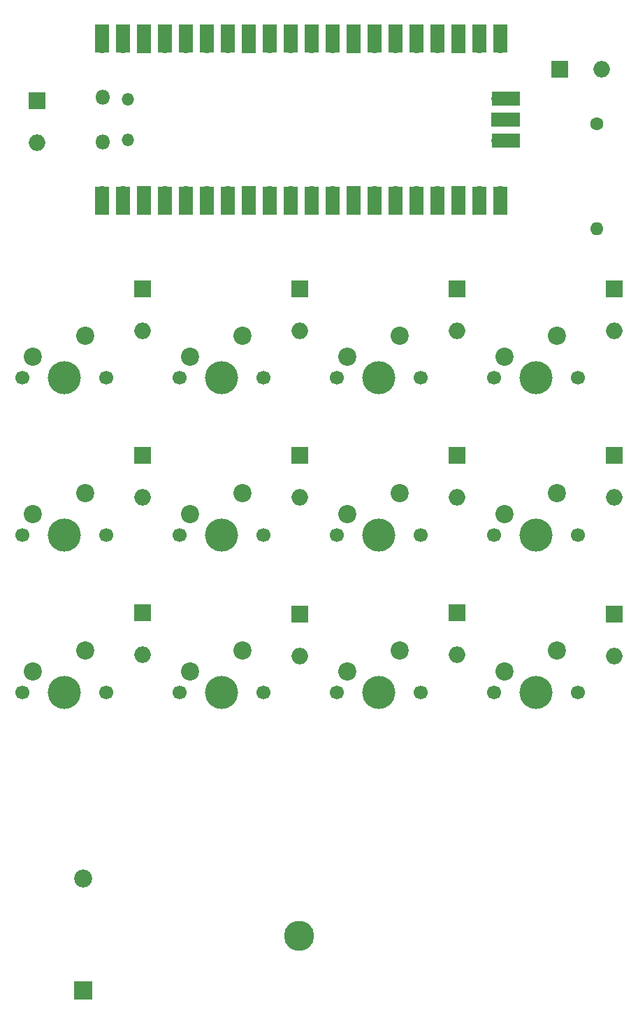
<source format=gts>
%TF.GenerationSoftware,KiCad,Pcbnew,7.0.9*%
%TF.CreationDate,2023-11-20T17:00:57-07:00*%
%TF.ProjectId,blindscontrol,626c696e-6473-4636-9f6e-74726f6c2e6b,rev?*%
%TF.SameCoordinates,Original*%
%TF.FileFunction,Soldermask,Top*%
%TF.FilePolarity,Negative*%
%FSLAX46Y46*%
G04 Gerber Fmt 4.6, Leading zero omitted, Abs format (unit mm)*
G04 Created by KiCad (PCBNEW 7.0.9) date 2023-11-20 17:00:57*
%MOMM*%
%LPD*%
G01*
G04 APERTURE LIST*
%ADD10C,1.700000*%
%ADD11C,4.000000*%
%ADD12C,2.200000*%
%ADD13R,2.000000X2.000000*%
%ADD14O,2.000000X2.000000*%
%ADD15O,1.800000X1.800000*%
%ADD16O,1.500000X1.500000*%
%ADD17O,1.700000X1.700000*%
%ADD18R,1.700000X3.500000*%
%ADD19R,1.700000X1.700000*%
%ADD20R,3.500000X1.700000*%
%ADD21C,1.600000*%
%ADD22O,1.600000X1.600000*%
%ADD23C,3.650000*%
%ADD24R,2.170000X2.170000*%
%ADD25C,2.170000*%
G04 APERTURE END LIST*
D10*
%TO.C,MX6*%
X217551000Y-156845000D03*
D11*
X222631000Y-156845000D03*
D10*
X227711000Y-156845000D03*
D12*
X225171000Y-151765000D03*
X218821000Y-154305000D03*
%TD*%
D13*
%TO.C,D11*%
X251206000Y-166243000D03*
D14*
X251206000Y-171323000D03*
%TD*%
D13*
%TO.C,D8*%
X270256000Y-147193000D03*
D14*
X270256000Y-152273000D03*
%TD*%
D10*
%TO.C,MX12*%
X255651000Y-175895000D03*
D11*
X260731000Y-175895000D03*
D10*
X265811000Y-175895000D03*
D12*
X263271000Y-170815000D03*
X256921000Y-173355000D03*
%TD*%
D10*
%TO.C,MX8*%
X255651000Y-156845000D03*
D11*
X260731000Y-156845000D03*
D10*
X265811000Y-156845000D03*
D12*
X263271000Y-151765000D03*
X256921000Y-154305000D03*
%TD*%
D10*
%TO.C,MX11*%
X236601000Y-175895000D03*
D11*
X241681000Y-175895000D03*
D10*
X246761000Y-175895000D03*
D12*
X244221000Y-170815000D03*
X237871000Y-173355000D03*
%TD*%
D13*
%TO.C,D12*%
X270256000Y-166370000D03*
D14*
X270256000Y-171450000D03*
%TD*%
D10*
%TO.C,MX5*%
X198501000Y-156845000D03*
D11*
X203581000Y-156845000D03*
D10*
X208661000Y-156845000D03*
D12*
X206121000Y-151765000D03*
X199771000Y-154305000D03*
%TD*%
D13*
%TO.C,D1*%
X213106000Y-127000000D03*
D14*
X213106000Y-132080000D03*
%TD*%
D13*
%TO.C,SW1*%
X200279000Y-104267000D03*
D14*
X200279000Y-109347000D03*
%TD*%
D13*
%TO.C,D2*%
X232156000Y-127000000D03*
D14*
X232156000Y-132080000D03*
%TD*%
D13*
%TO.C,D3*%
X251206000Y-127000000D03*
D14*
X251206000Y-132080000D03*
%TD*%
D13*
%TO.C,D6*%
X232156000Y-147193000D03*
D14*
X232156000Y-152273000D03*
%TD*%
D15*
%TO.C,U1*%
X208292000Y-109278000D03*
D16*
X211322000Y-108978000D03*
X211322000Y-104128000D03*
D15*
X208292000Y-103828000D03*
D17*
X208162000Y-115443000D03*
D18*
X208162000Y-116343000D03*
D17*
X210702000Y-115443000D03*
D18*
X210702000Y-116343000D03*
D19*
X213242000Y-115443000D03*
D18*
X213242000Y-116343000D03*
D17*
X215782000Y-115443000D03*
D18*
X215782000Y-116343000D03*
D17*
X218322000Y-115443000D03*
D18*
X218322000Y-116343000D03*
D17*
X220862000Y-115443000D03*
D18*
X220862000Y-116343000D03*
D17*
X223402000Y-115443000D03*
D18*
X223402000Y-116343000D03*
D19*
X225942000Y-115443000D03*
D18*
X225942000Y-116343000D03*
D17*
X228482000Y-115443000D03*
D18*
X228482000Y-116343000D03*
D17*
X231022000Y-115443000D03*
D18*
X231022000Y-116343000D03*
D17*
X233562000Y-115443000D03*
D18*
X233562000Y-116343000D03*
D17*
X236102000Y-115443000D03*
D18*
X236102000Y-116343000D03*
D19*
X238642000Y-115443000D03*
D18*
X238642000Y-116343000D03*
D17*
X241182000Y-115443000D03*
D18*
X241182000Y-116343000D03*
D17*
X243722000Y-115443000D03*
D18*
X243722000Y-116343000D03*
D17*
X246262000Y-115443000D03*
D18*
X246262000Y-116343000D03*
D17*
X248802000Y-115443000D03*
D18*
X248802000Y-116343000D03*
D19*
X251342000Y-115443000D03*
D18*
X251342000Y-116343000D03*
D17*
X253882000Y-115443000D03*
D18*
X253882000Y-116343000D03*
D17*
X256422000Y-115443000D03*
D18*
X256422000Y-116343000D03*
D17*
X256422000Y-97663000D03*
D18*
X256422000Y-96763000D03*
D17*
X253882000Y-97663000D03*
D18*
X253882000Y-96763000D03*
D19*
X251342000Y-97663000D03*
D18*
X251342000Y-96763000D03*
D17*
X248802000Y-97663000D03*
D18*
X248802000Y-96763000D03*
D17*
X246262000Y-97663000D03*
D18*
X246262000Y-96763000D03*
D17*
X243722000Y-97663000D03*
D18*
X243722000Y-96763000D03*
D17*
X241182000Y-97663000D03*
D18*
X241182000Y-96763000D03*
D19*
X238642000Y-97663000D03*
D18*
X238642000Y-96763000D03*
D17*
X236102000Y-97663000D03*
D18*
X236102000Y-96763000D03*
D17*
X233562000Y-97663000D03*
D18*
X233562000Y-96763000D03*
D17*
X231022000Y-97663000D03*
D18*
X231022000Y-96763000D03*
D17*
X228482000Y-97663000D03*
D18*
X228482000Y-96763000D03*
D19*
X225942000Y-97663000D03*
D18*
X225942000Y-96763000D03*
D17*
X223402000Y-97663000D03*
D18*
X223402000Y-96763000D03*
D17*
X220862000Y-97663000D03*
D18*
X220862000Y-96763000D03*
D17*
X218322000Y-97663000D03*
D18*
X218322000Y-96763000D03*
D17*
X215782000Y-97663000D03*
D18*
X215782000Y-96763000D03*
D19*
X213242000Y-97663000D03*
D18*
X213242000Y-96763000D03*
D17*
X210702000Y-97663000D03*
D18*
X210702000Y-96763000D03*
D17*
X208162000Y-97663000D03*
D18*
X208162000Y-96763000D03*
D17*
X256192000Y-109093000D03*
D20*
X257092000Y-109093000D03*
D19*
X256192000Y-106553000D03*
D20*
X257092000Y-106553000D03*
D17*
X256192000Y-104013000D03*
D20*
X257092000Y-104013000D03*
%TD*%
D13*
%TO.C,D13*%
X263652000Y-100457000D03*
D14*
X268732000Y-100457000D03*
%TD*%
D10*
%TO.C,MX2*%
X217551000Y-137795000D03*
D11*
X222631000Y-137795000D03*
D10*
X227711000Y-137795000D03*
D12*
X225171000Y-132715000D03*
X218821000Y-135255000D03*
%TD*%
D21*
%TO.C,R1*%
X268097000Y-107061000D03*
D22*
X268097000Y-119761000D03*
%TD*%
D10*
%TO.C,MX1*%
X198501000Y-137795000D03*
D11*
X203581000Y-137795000D03*
D10*
X208661000Y-137795000D03*
D12*
X206121000Y-132715000D03*
X199771000Y-135255000D03*
%TD*%
D10*
%TO.C,MX3*%
X236601000Y-137795000D03*
D11*
X241681000Y-137795000D03*
D10*
X246761000Y-137795000D03*
D12*
X244221000Y-132715000D03*
X237871000Y-135255000D03*
%TD*%
D13*
%TO.C,D4*%
X270256000Y-127000000D03*
D14*
X270256000Y-132080000D03*
%TD*%
D10*
%TO.C,MX4*%
X255651000Y-137795000D03*
D11*
X260731000Y-137795000D03*
D10*
X265811000Y-137795000D03*
D12*
X263271000Y-132715000D03*
X256921000Y-135255000D03*
%TD*%
D10*
%TO.C,MX10*%
X217551000Y-175895000D03*
D11*
X222631000Y-175895000D03*
D10*
X227711000Y-175895000D03*
D12*
X225171000Y-170815000D03*
X218821000Y-173355000D03*
%TD*%
D10*
%TO.C,MX9*%
X198501000Y-175895000D03*
D11*
X203581000Y-175895000D03*
D10*
X208661000Y-175895000D03*
D12*
X206121000Y-170815000D03*
X199771000Y-173355000D03*
%TD*%
D13*
%TO.C,D10*%
X232156000Y-166370000D03*
D14*
X232156000Y-171450000D03*
%TD*%
D13*
%TO.C,D7*%
X251206000Y-147193000D03*
D14*
X251206000Y-152273000D03*
%TD*%
D13*
%TO.C,D5*%
X213106000Y-147193000D03*
D14*
X213106000Y-152273000D03*
%TD*%
D13*
%TO.C,D9*%
X213106000Y-166243000D03*
D14*
X213106000Y-171323000D03*
%TD*%
D10*
%TO.C,MX7*%
X236601000Y-156845000D03*
D11*
X241681000Y-156845000D03*
D10*
X246761000Y-156845000D03*
D12*
X244221000Y-151765000D03*
X237871000Y-154305000D03*
%TD*%
D23*
%TO.C,BT1*%
X232029000Y-205359000D03*
D24*
X205869000Y-211989000D03*
D25*
X205869000Y-198399000D03*
%TD*%
M02*

</source>
